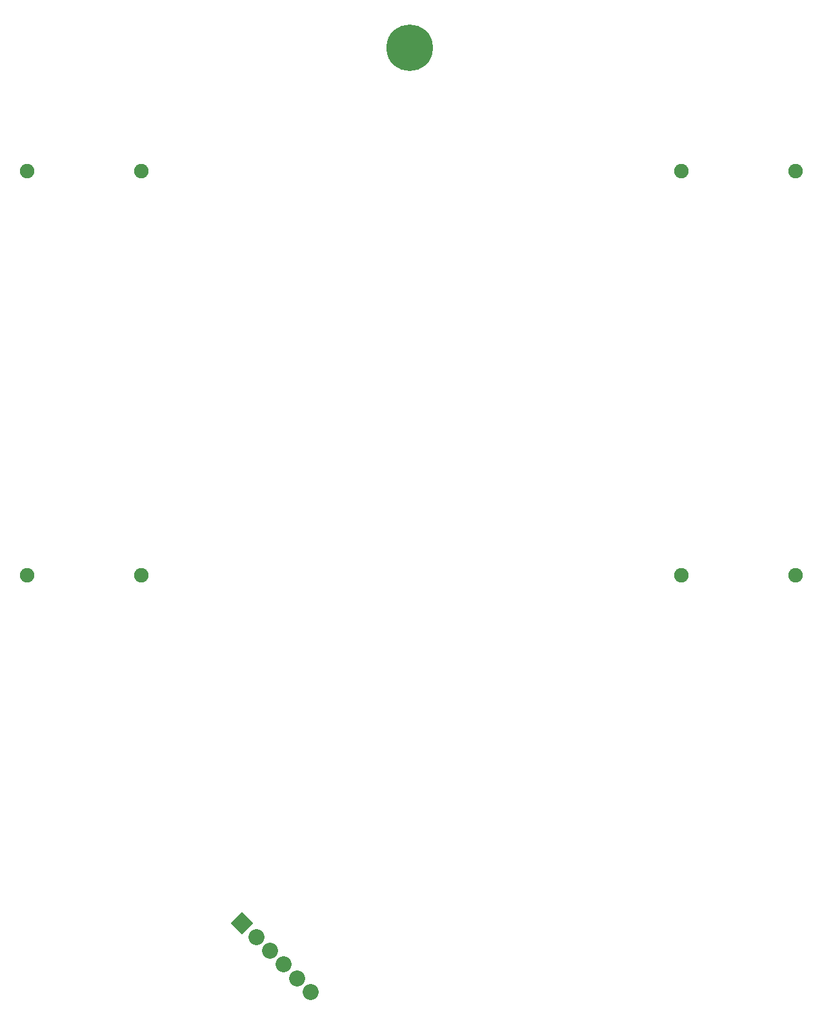
<source format=gbs>
G04 #@! TF.FileFunction,Soldermask,Bot*
%FSLAX46Y46*%
G04 Gerber Fmt 4.6, Leading zero omitted, Abs format (unit mm)*
G04 Created by KiCad (PCBNEW 4.0.4-stable) date 05/15/17 11:58:30*
%MOMM*%
%LPD*%
G01*
G04 APERTURE LIST*
%ADD10C,0.100000*%
%ADD11C,1.900000*%
%ADD12C,2.100000*%
%ADD13C,6.100000*%
G04 APERTURE END LIST*
D10*
D11*
X118738000Y-46060000D03*
X133738000Y-46060000D03*
X133738000Y-99060000D03*
X118738000Y-99060000D03*
X32886000Y-46060000D03*
X47886000Y-46060000D03*
X47886000Y-99060000D03*
X32886000Y-99060000D03*
D10*
G36*
X61150000Y-146184924D02*
X59665076Y-144700000D01*
X61150000Y-143215076D01*
X62634924Y-144700000D01*
X61150000Y-146184924D01*
X61150000Y-146184924D01*
G37*
D12*
X62946051Y-146496051D02*
X62946051Y-146496051D01*
X64742102Y-148292102D02*
X64742102Y-148292102D01*
X66538154Y-150088154D02*
X66538154Y-150088154D01*
X68334205Y-151884205D02*
X68334205Y-151884205D01*
X70130256Y-153680256D02*
X70130256Y-153680256D01*
D13*
X83150000Y-29900000D03*
M02*

</source>
